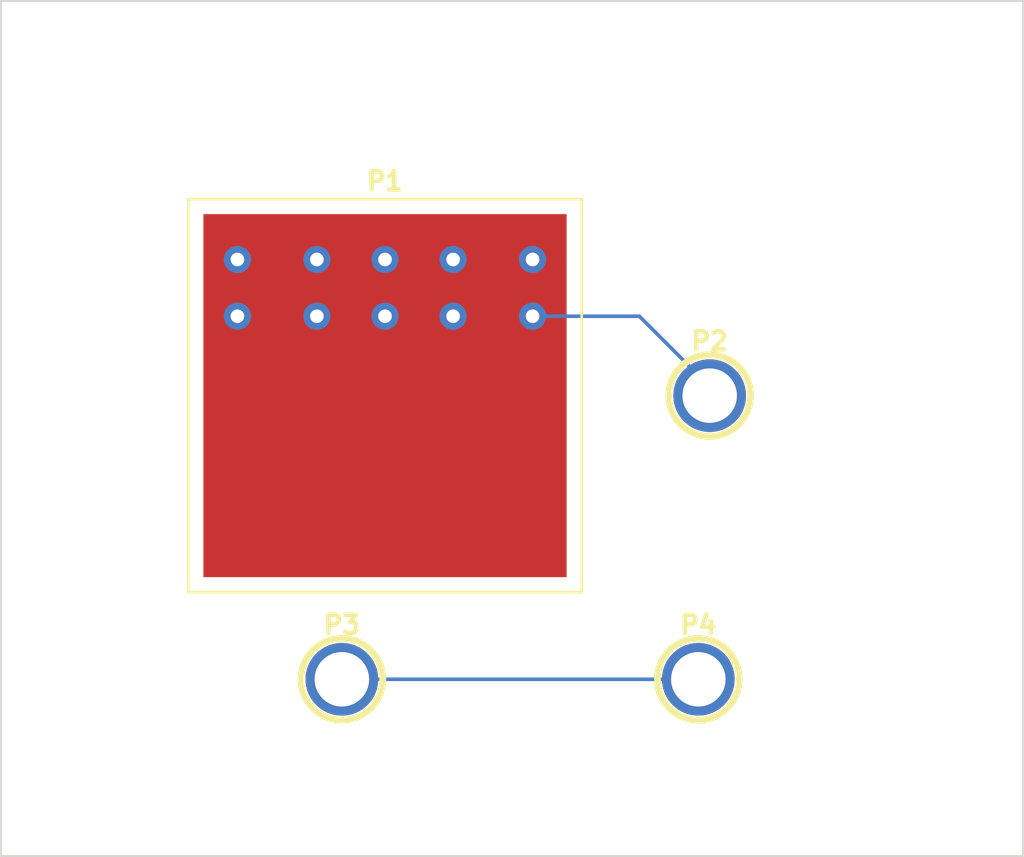
<source format=kicad_pcb>
(kicad_pcb (version 20221018) (generator pcbnew)
  (layers (0 "F.Cu" signal "Dessus") (31 "B.Cu" signal "Dessous") (34 "B.Paste" user) (35 "F.Paste" user) (36 "B.SilkS" user "B.Silkscreen") (37 "F.SilkS" user "F.Silkscreen") (38 "B.Mask" user) (39 "F.Mask" user) (44 "Edge.Cuts" user))
  (net 0 "")
  (net 1 "/NET1")
  (net 2 "/NET2")
  (footprint "Connect:1pin_thermal" (layer "F.Cu") (at 89.535 45.593)
    (fp_text reference "P1" (at 0 -12) (layer "F.SilkS") (effects (font (size 1.016 1.016) (thickness 0.254))))
    (fp_text value "CONN_1" hide)
    (fp_line (start -11 -11) (end 11 -11) (stroke (width 0.15)) (layer "F.SilkS"))
    (fp_line (start -11 11) (end -11 -11) (stroke (width 0.15)) (layer "F.SilkS"))
    (fp_line (start 11 -11) (end 11 11) (stroke (width 0.15)) (layer "F.SilkS"))
    (fp_line (start 11 11) (end -11 11) (stroke (width 0.15)) (layer "F.SilkS"))
    (pad "1" thru_hole circle (at -8.255 -7.62) (size 1.524 1.524) (drill 0.762) (layers "*.Cu" "*.Mask") (net 2 "/NET2"))
    (pad "1" thru_hole circle (at -8.255 -4.445) (size 1.524 1.524) (drill 0.762) (layers "*.Cu" "*.Mask") (net 2 "/NET2"))
    (pad "1" thru_hole circle (at -3.81 -7.62) (size 1.524 1.524) (drill 0.762) (layers "*.Cu" "*.Mask") (net 2 "/NET2"))
    (pad "1" thru_hole circle (at -3.81 -4.445) (size 1.524 1.524) (drill 0.762) (layers "*.Cu" "*.Mask") (net 2 "/NET2"))
    (pad "1" thru_hole circle (at 0 -7.62) (size 1.524 1.524) (drill 0.762) (layers "*.Cu" "*.Mask") (net 2 "/NET2"))
    (pad "1" thru_hole circle (at 0 -4.445) (size 1.524 1.524) (drill 0.762) (layers "*.Cu" "*.Mask") (net 2 "/NET2"))
    (pad "1" smd rect (at 0 0) (size 20.32 20.32) (layers "F.Cu" "F.Paste" "F.Mask") (net 2 "/NET2"))
    (pad "1" thru_hole circle (at 3.81 -7.62) (size 1.524 1.524) (drill 0.762) (layers "*.Cu" "*.Mask") (net 2 "/NET2"))
    (pad "1" thru_hole circle (at 3.81 -4.445) (size 1.524 1.524) (drill 0.762) (layers "*.Cu" "*.Mask") (net 2 "/NET2"))
    (pad "1" thru_hole circle (at 8.255 -7.62) (size 1.524 1.524) (drill 0.762) (layers "*.Cu" "*.Mask") (net 2 "/NET2"))
    (pad "1" thru_hole circle (at 8.255 -4.445) (size 1.524 1.524) (drill 0.762) (layers "*.Cu" "*.Mask") (net 2 "/NET2"))
  )
  (footprint "Connect:1pin" (layer "F.Cu") (at 107.696 45.593)
    (fp_text reference "P2" (at 0 -3.048) (layer "F.SilkS") (effects (font (size 1.016 1.016) (thickness 0.254))))
    (fp_text value "CONN_1" hide)
    (fp_circle (center 0 0) (end 0 -2.286) (stroke (width 0.381)) (fill none) (layer "F.SilkS"))
    (pad "1" thru_hole circle (at 0 0) (size 4.064 4.064) (drill 3.048) (layers "*.Cu" "*.Mask") (net 2 "/NET2"))
  )
  (footprint "Connect:1pin" (layer "F.Cu") (at 87.122 61.468)
    (fp_text reference "P3" (at 0 -3.048) (layer "F.SilkS") (effects (font (size 1.016 1.016) (thickness 0.254))))
    (fp_text value "CONN_1" hide)
    (fp_circle (center 0 0) (end 0 -2.286) (stroke (width 0.381)) (fill none) (layer "F.SilkS"))
    (pad "1" thru_hole circle (at 0 0) (size 4.064 4.064) (drill 3.048) (layers "*.Cu" "*.Mask") (net 1 "/NET1"))
  )
  (footprint "Connect:1pin" (layer "F.Cu") (at 107.061 61.468)
    (fp_text reference "P4" (at 0 -3.048) (layer "F.SilkS") (effects (font (size 1.016 1.016) (thickness 0.254))))
    (fp_text value "CONN_1" hide)
    (fp_circle (center 0 0) (end 0 -2.286) (stroke (width 0.381)) (fill none) (layer "F.SilkS"))
    (pad "1" thru_hole circle (at 0 0) (size 4.064 4.064) (drill 3.048) (layers "*.Cu" "*.Mask") (net 1 "/NET1"))
  )
  (gr_rect (start 68.05 23.5) (end 125.23 71.36) (stroke (width 0.1)) (fill none) (layer "Edge.Cuts"))
  (segment (start 107.061 61.468) (end 87.122 61.468) (width 0.2032) (layer "B.Cu") (net 1))
  (segment (start 107.696 45.085) (end 107.696 45.593) (width 0.2032) (layer "B.Cu") (net 2))
  (segment (start 103.759 41.148) (end 107.696 45.085) (width 0.2032) (layer "B.Cu") (net 2))
  (segment (start 97.79 41.148) (end 103.759 41.148) (width 0.2032) (layer "B.Cu") (net 2))
)
</source>
